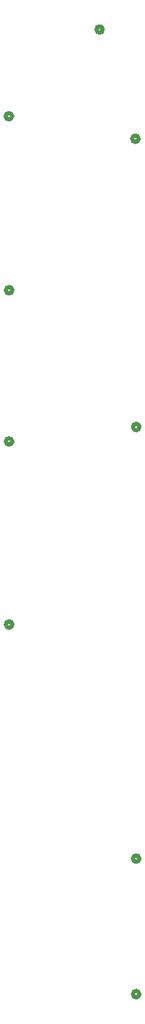
<source format=gbr>
%TF.GenerationSoftware,KiCad,Pcbnew,7.0.8*%
%TF.CreationDate,2024-04-29T16:50:17-06:00*%
%TF.ProjectId,GR-LRR-POWER-PCB-INPUT,47522d4c-5252-42d5-904f-5745522d5043,rev?*%
%TF.SameCoordinates,Original*%
%TF.FileFunction,Legend,Bot*%
%TF.FilePolarity,Positive*%
%FSLAX46Y46*%
G04 Gerber Fmt 4.6, Leading zero omitted, Abs format (unit mm)*
G04 Created by KiCad (PCBNEW 7.0.8) date 2024-04-29 16:50:17*
%MOMM*%
%LPD*%
G01*
G04 APERTURE LIST*
%ADD10C,0.508000*%
G04 APERTURE END LIST*
D10*
%TO.C,J3*%
X65288600Y-93452500D02*
G75*
G03*
X65288600Y-93452500I-381000J0D01*
G01*
%TO.C,J1*%
X65263399Y-55325401D02*
G75*
G03*
X65263399Y-55325401I-381000J0D01*
G01*
%TO.C,J4*%
X65288600Y-114915500D02*
G75*
G03*
X65288600Y-114915500I-381000J0D01*
G01*
%TO.C,J7*%
X80207001Y-142356599D02*
G75*
G03*
X80207001Y-142356599I-381000J0D01*
G01*
%TO.C,J6*%
X80207001Y-158256599D02*
G75*
G03*
X80207001Y-158256599I-381000J0D01*
G01*
%TO.C,J9*%
X80207001Y-91756599D02*
G75*
G03*
X80207001Y-91756599I-381000J0D01*
G01*
%TO.C,J5*%
X80107001Y-57956599D02*
G75*
G03*
X80107001Y-57956599I-381000J0D01*
G01*
%TO.C,J2*%
X65288600Y-75723300D02*
G75*
G03*
X65288600Y-75723300I-381000J0D01*
G01*
%TO.C,J8*%
X75911599Y-45152000D02*
G75*
G03*
X75911599Y-45152000I-381000J0D01*
G01*
%TD*%
M02*

</source>
